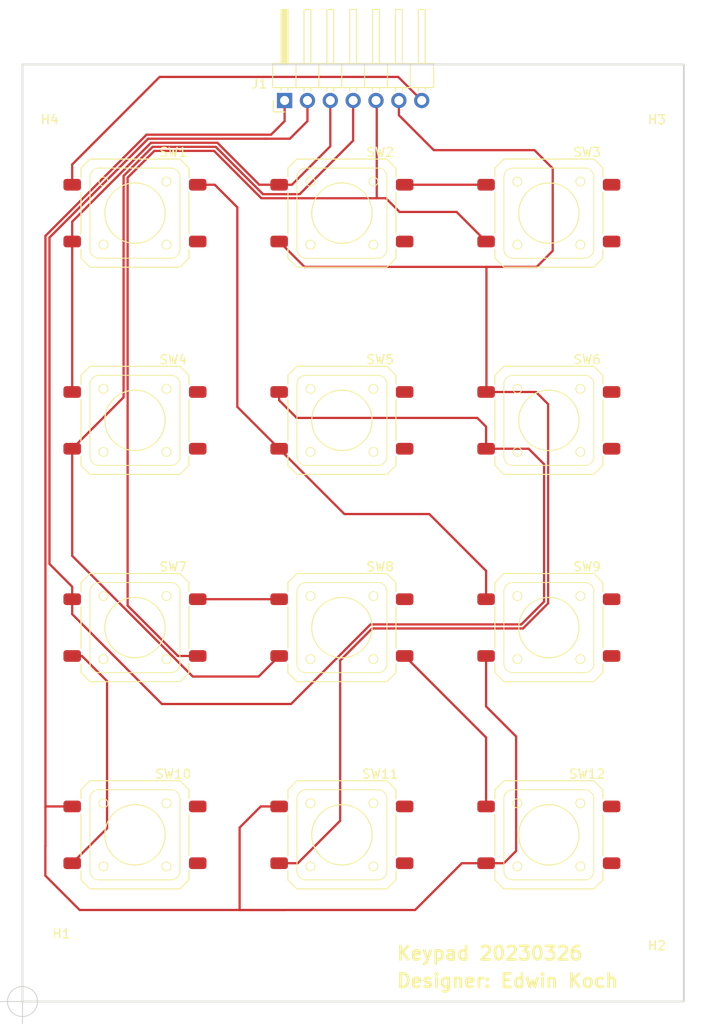
<source format=kicad_pcb>
(kicad_pcb (version 20211014) (generator pcbnew)
  (title_block (title "Keypad") (date "2023-03-26") (rev "20230306") (comment 1 "Edwin Koch") (comment 2 "Designer"))
  (layers (0 "F.Cu" signal) (31 "B.Cu" signal) (34 "B.Paste" user) (35 "F.Paste" user) (36 "B.SilkS" user "B.Silkscreen") (37 "F.SilkS" user "F.Silkscreen") (38 "B.Mask" user) (39 "F.Mask" user) (44 "Edge.Cuts" user))
  (net 0 "")
  (net 1 "/A")
  (net 2 "/B")
  (net 3 "/C")
  (net 4 "/1")
  (net 5 "/2")
  (net 6 "/3")
  (net 7 "/4")
  (net 27 "/C1")
  (net 28 "/B1")
  (net 29 "/1A")
  (net 30 "/2A")
  (net 31 "/4A")
  (footprint "870_Button_SMD:TS-1003S" (layer "F.Cu") (at 135.5 85.5)
    (fp_text reference "SW5" (at 4.25 -6.75 unlocked) (layer "F.SilkS"))
    (fp_text value "TS-1003S-04326")
    (fp_line (start 4 -5) (end -4 -5) (layer "F.SilkS") (width 0.1))
    (fp_line (start 6 -2.3) (end 6 2.3) (layer "F.SilkS") (width 0.12))
    (fp_line (start -6 -5) (end -5 -6) (layer "F.SilkS") (width 0.12))
    (fp_line (start 5 4) (end 5 -4) (layer "F.SilkS") (width 0.1))
    (fp_line (start -5 -4) (end -5 4) (layer "F.SilkS") (width 0.1))
    (fp_line (start 6 4) (end 6 5) (layer "F.SilkS") (width 0.12))
    (fp_line (start -4 5) (end 4 5) (layer "F.SilkS") (width 0.1))
    (fp_line (start 5 6) (end -5 6) (layer "F.SilkS") (width 0.12))
    (fp_line (start 6 5) (end 5 6) (layer "F.SilkS") (width 0.12))
    (fp_line (start -5 -6) (end 5 -6) (layer "F.SilkS") (width 0.12))
    (fp_line (start -6 -2.3) (end -6 2.3) (layer "F.SilkS") (width 0.12))
    (fp_line (start -6 -4) (end -6 -5) (layer "F.SilkS") (width 0.12))
    (fp_line (start -6 5) (end -6 4) (layer "F.SilkS") (width 0.12))
    (fp_line (start 5 -6) (end 6 -5) (layer "F.SilkS") (width 0.12))
    (fp_line (start -5 6) (end -6 5) (layer "F.SilkS") (width 0.12))
    (fp_line (start 6 -5) (end 6 -4) (layer "F.SilkS") (width 0.12))
    (fp_arc (start 5 4) (mid 4.707107 4.707107) (end 4 5) (layer "F.SilkS") (width 0.1))
    (fp_arc (start -5 -4) (mid -4.707107 -4.707107) (end -4 -5) (layer "F.SilkS") (width 0.1))
    (fp_arc (start -4 5) (mid -4.707107 4.707107) (end -5 4) (layer "F.SilkS") (width 0.1))
    (fp_arc (start 4 -5) (mid 4.707107 -4.707107) (end 5 -4) (layer "F.SilkS") (width 0.1))
    (fp_circle (center 3.5 3.5) (end 4 3.5) (layer "F.SilkS") (width 0.1) (fill none))
    (fp_circle (center 3.5 -3.5) (end 4 -3.5) (layer "F.SilkS") (width 0.1) (fill none))
    (fp_circle (center 0 0) (end 3.35 0) (layer "F.SilkS") (width 0.12) (fill none))
    (fp_circle (center -3.5 3.5) (end -3 3.5) (layer "F.SilkS") (width 0.1) (fill none))
    (fp_circle (center -3.5 -3.5) (end -3 -3.5) (layer "F.SilkS") (width 0.1) (fill none))
    (pad "1" smd roundrect locked (at -6.975 -3.15) (size 1.95 1.3) (layers "F.Cu" "F.Paste" "F.Mask") (net 2 "/B"))
    (pad "2" smd roundrect locked (at 6.975 -3.15) (size 1.95 1.3) (layers "F.Cu" "F.Paste" "F.Mask"))
    (pad "3" smd roundrect locked (at 6.975 3.15) (size 1.95 1.3) (layers "F.Cu" "F.Paste" "F.Mask"))
    (pad "4" smd roundrect locked (at -6.975 3.15) (size 1.95 1.3) (layers "F.Cu" "F.Paste" "F.Mask") (net 31 "/4A"))
  )
  (footprint "870_Button_SMD:TS-1003S" (layer "F.Cu") (at 112.5 108.5)
    (fp_text reference "SW7" (at 4.25 -6.75 unlocked) (layer "F.SilkS"))
    (fp_text value "TS-1003S-04326")
    (fp_line (start 5 -6) (end 6 -5) (layer "F.SilkS") (width 0.12))
    (fp_line (start -6 5) (end -6 4) (layer "F.SilkS") (width 0.12))
    (fp_line (start 4 -5) (end -4 -5) (layer "F.SilkS") (width 0.1))
    (fp_line (start 6 4) (end 6 5) (layer "F.SilkS") (width 0.12))
    (fp_line (start 5 4) (end 5 -4) (layer "F.SilkS") (width 0.1))
    (fp_line (start -6 -4) (end -6 -5) (layer "F.SilkS") (width 0.12))
    (fp_line (start -6 -5) (end -5 -6) (layer "F.SilkS") (width 0.12))
    (fp_line (start 6 -2.3) (end 6 2.3) (layer "F.SilkS") (width 0.12))
    (fp_line (start -4 5) (end 4 5) (layer "F.SilkS") (width 0.1))
    (fp_line (start -6 -2.3) (end -6 2.3) (layer "F.SilkS") (width 0.12))
    (fp_line (start -5 -6) (end 5 -6) (layer "F.SilkS") (width 0.12))
    (fp_line (start -5 -4) (end -5 4) (layer "F.SilkS") (width 0.1))
    (fp_line (start 6 5) (end 5 6) (layer "F.SilkS") (width 0.12))
    (fp_line (start 5 6) (end -5 6) (layer "F.SilkS") (width 0.12))
    (fp_line (start -5 6) (end -6 5) (layer "F.SilkS") (width 0.12))
    (fp_line (start 6 -5) (end 6 -4) (layer "F.SilkS") (width 0.12))
    (fp_arc (start 4 -5) (mid 4.707107 -4.707107) (end 5 -4) (layer "F.SilkS") (width 0.1))
    (fp_arc (start -5 -4) (mid -4.707107 -4.707107) (end -4 -5) (layer "F.SilkS") (width 0.1))
    (fp_arc (start 5 4) (mid 4.707107 4.707107) (end 4 5) (layer "F.SilkS") (width 0.1))
    (fp_arc (start -4 5) (mid -4.707107 4.707107) (end -5 4) (layer "F.SilkS") (width 0.1))
    (fp_circle (center 3.5 3.5) (end 4 3.5) (layer "F.SilkS") (width 0.1) (fill none))
    (fp_circle (center -3.5 -3.5) (end -3 -3.5) (layer "F.SilkS") (width 0.1) (fill none))
    (fp_circle (center -3.5 3.5) (end -3 3.5) (layer "F.SilkS") (width 0.1) (fill none))
    (fp_circle (center 0 0) (end 3.35 0) (layer "F.SilkS") (width 0.12) (fill none))
    (fp_circle (center 3.5 -3.5) (end 4 -3.5) (layer "F.SilkS") (width 0.1) (fill none))
    (pad "1" smd roundrect locked (at -6.975 -3.15) (size 1.95 1.3) (layers "F.Cu" "F.Paste" "F.Mask") (net 2 "/B"))
    (pad "2" smd roundrect locked (at 6.975 -3.15) (size 1.95 1.3) (layers "F.Cu" "F.Paste" "F.Mask") (net 28 "/B1"))
    (pad "3" smd roundrect locked (at 6.975 3.15) (size 1.95 1.3) (layers "F.Cu" "F.Paste" "F.Mask") (net 5 "/2"))
    (pad "4" smd roundrect locked (at -6.975 3.15) (size 1.95 1.3) (layers "F.Cu" "F.Paste" "F.Mask") (net 30 "/2A"))
  )
  (footprint "870_Button_SMD:TS-1003S" (layer "F.Cu") (at 158.5 108.5)
    (fp_text reference "SW9" (at 4.25 -6.75 unlocked) (layer "F.SilkS"))
    (fp_text value "TS-1003S-04326")
    (fp_line (start -4 5) (end 4 5) (layer "F.SilkS") (width 0.1))
    (fp_line (start 6 5) (end 5 6) (layer "F.SilkS") (width 0.12))
    (fp_line (start -5 -6) (end 5 -6) (layer "F.SilkS") (width 0.12))
    (fp_line (start -6 5) (end -6 4) (layer "F.SilkS") (width 0.12))
    (fp_line (start -6 -5) (end -5 -6) (layer "F.SilkS") (width 0.12))
    (fp_line (start -6 -2.3) (end -6 2.3) (layer "F.SilkS") (width 0.12))
    (fp_line (start 6 4) (end 6 5) (layer "F.SilkS") (width 0.12))
    (fp_line (start 6 -2.3) (end 6 2.3) (layer "F.SilkS") (width 0.12))
    (fp_line (start 5 4) (end 5 -4) (layer "F.SilkS") (width 0.1))
    (fp_line (start -5 6) (end -6 5) (layer "F.SilkS") (width 0.12))
    (fp_line (start 6 -5) (end 6 -4) (layer "F.SilkS") (width 0.12))
    (fp_line (start -5 -4) (end -5 4) (layer "F.SilkS") (width 0.1))
    (fp_line (start 5 -6) (end 6 -5) (layer "F.SilkS") (width 0.12))
    (fp_line (start 5 6) (end -5 6) (layer "F.SilkS") (width 0.12))
    (fp_line (start -6 -4) (end -6 -5) (layer "F.SilkS") (width 0.12))
    (fp_line (start 4 -5) (end -4 -5) (layer "F.SilkS") (width 0.1))
    (fp_arc (start -5 -4) (mid -4.707107 -4.707107) (end -4 -5) (layer "F.SilkS") (width 0.1))
    (fp_arc (start -4 5) (mid -4.707107 4.707107) (end -5 4) (layer "F.SilkS") (width 0.1))
    (fp_arc (start 5 4) (mid 4.707107 4.707107) (end 4 5) (layer "F.SilkS") (width 0.1))
    (fp_arc (start 4 -5) (mid 4.707107 -4.707107) (end 5 -4) (layer "F.SilkS") (width 0.1))
    (fp_circle (center 3.5 3.5) (end 4 3.5) (layer "F.SilkS") (width 0.1) (fill none))
    (fp_circle (center -3.5 -3.5) (end -3 -3.5) (layer "F.SilkS") (width 0.1) (fill none))
    (fp_circle (center 3.5 -3.5) (end 4 -3.5) (layer "F.SilkS") (width 0.1) (fill none))
    (fp_circle (center -3.5 3.5) (end -3 3.5) (layer "F.SilkS") (width 0.1) (fill none))
    (fp_circle (center 0 0) (end 3.35 0) (layer "F.SilkS") (width 0.12) (fill none))
    (pad "1" smd roundrect locked (at -6.975 -3.15) (size 1.95 1.3) (layers "F.Cu" "F.Paste" "F.Mask") (net 31 "/4A"))
    (pad "2" smd roundrect locked (at 6.975 -3.15) (size 1.95 1.3) (layers "F.Cu" "F.Paste" "F.Mask"))
    (pad "3" smd roundrect locked (at 6.975 3.15) (size 1.95 1.3) (layers "F.Cu" "F.Paste" "F.Mask"))
    (pad "4" smd roundrect locked (at -6.975 3.15) (size 1.95 1.3) (layers "F.Cu" "F.Paste" "F.Mask") (net 1 "/A"))
  )
  (footprint "MountingHole:MountingHole_2.1mm" (layer "F.Cu") (at 104.325 145.675)
    (fp_text reference "H1" (at 0 -3.2) (layer "F.SilkS"))
    (fp_text value "MountingHole")
    (pad "" np_thru_hole circle (at 0 0) (size 2.1 2.1) (drill 2.1) (layers *.Cu *.Mask))
  )
  (footprint "MountingHole:MountingHole_2.1mm" (layer "F.Cu") (at 170.5 147)
    (fp_text reference "H2" (at 0 -3.2) (layer "F.SilkS"))
    (fp_text value "MountingHole")
    (pad "" np_thru_hole circle (at 0 0) (size 2.1 2.1) (drill 2.1) (layers *.Cu *.Mask))
  )
  (footprint "870_Button_SMD:TS-1003S" (layer "F.Cu") (at 112.5 131.5)
    (fp_text reference "SW10" (at 4.25 -6.75 unlocked) (layer "F.SilkS"))
    (fp_text value "TS-1003S-04326")
    (fp_line (start 6 -5) (end 6 -4) (layer "F.SilkS") (width 0.12))
    (fp_line (start -5 -4) (end -5 4) (layer "F.SilkS") (width 0.1))
    (fp_line (start 6 -2.3) (end 6 2.3) (layer "F.SilkS") (width 0.12))
    (fp_line (start -5 -6) (end 5 -6) (layer "F.SilkS") (width 0.12))
    (fp_line (start -4 5) (end 4 5) (layer "F.SilkS") (width 0.1))
    (fp_line (start -5 6) (end -6 5) (layer "F.SilkS") (width 0.12))
    (fp_line (start 5 6) (end -5 6) (layer "F.SilkS") (width 0.12))
    (fp_line (start -6 -2.3) (end -6 2.3) (layer "F.SilkS") (width 0.12))
    (fp_line (start -6 5) (end -6 4) (layer "F.SilkS") (width 0.12))
    (fp_line (start 4 -5) (end -4 -5) (layer "F.SilkS") (width 0.1))
    (fp_line (start 5 4) (end 5 -4) (layer "F.SilkS") (width 0.1))
    (fp_line (start 6 5) (end 5 6) (layer "F.SilkS") (width 0.12))
    (fp_line (start -6 -4) (end -6 -5) (layer "F.SilkS") (width 0.12))
    (fp_line (start -6 -5) (end -5 -6) (layer "F.SilkS") (width 0.12))
    (fp_line (start 5 -6) (end 6 -5) (layer "F.SilkS") (width 0.12))
    (fp_line (start 6 4) (end 6 5) (layer "F.SilkS") (width 0.12))
    (fp_arc (start 5 4) (mid 4.707107 4.707107) (end 4 5) (layer "F.SilkS") (width 0.1))
    (fp_arc (start -5 -4) (mid -4.707107 -4.707107) (end -4 -5) (layer "F.SilkS") (width 0.1))
    (fp_arc (start 4 -5) (mid 4.707107 -4.707107) (end 5 -4) (layer "F.SilkS") (width 0.1))
    (fp_arc (start -4 5) (mid -4.707107 4.707107) (end -5 4) (layer "F.SilkS") (width 0.1))
    (fp_circle (center -3.5 3.5) (end -3 3.5) (layer "F.SilkS") (width 0.1) (fill none))
    (fp_circle (center 0 0) (end 3.35 0) (layer "F.SilkS") (width 0.12) (fill none))
    (fp_circle (center -3.5 -3.5) (end -3 -3.5) (layer "F.SilkS") (width 0.1) (fill none))
    (fp_circle (center 3.5 -3.5) (end 4 -3.5) (layer "F.SilkS") (width 0.1) (fill none))
    (fp_circle (center 3.5 3.5) (end 4 3.5) (layer "F.SilkS") (width 0.1) (fill none))
    (pad "1" smd roundrect locked (at -6.975 -3.15) (size 1.95 1.3) (layers "F.Cu" "F.Paste" "F.Mask") (net 1 "/A"))
    (pad "2" smd roundrect locked (at 6.975 -3.15) (size 1.95 1.3) (layers "F.Cu" "F.Paste" "F.Mask"))
    (pad "3" smd roundrect locked (at 6.975 3.15) (size 1.95 1.3) (layers "F.Cu" "F.Paste" "F.Mask"))
    (pad "4" smd roundrect locked (at -6.975 3.15) (size 1.95 1.3) (layers "F.Cu" "F.Paste" "F.Mask") (net 30 "/2A"))
  )
  (footprint "870_Button_SMD:TS-1003S" (layer "F.Cu") (at 158.5 62.5)
    (fp_text reference "SW3" (at 4.25 -6.75 unlocked) (layer "F.SilkS"))
    (fp_text value "TS-1003S-04326")
    (fp_line (start -6 5) (end -6 4) (layer "F.SilkS") (width 0.12))
    (fp_line (start 6 -5) (end 6 -4) (layer "F.SilkS") (width 0.12))
    (fp_line (start 6 5) (end 5 6) (layer "F.SilkS") (width 0.12))
    (fp_line (start 5 6) (end -5 6) (layer "F.SilkS") (width 0.12))
    (fp_line (start -6 -4) (end -6 -5) (layer "F.SilkS") (width 0.12))
    (fp_line (start -5 -6) (end 5 -6) (layer "F.SilkS") (width 0.12))
    (fp_line (start 6 4) (end 6 5) (layer "F.SilkS") (width 0.12))
    (fp_line (start -5 6) (end -6 5) (layer "F.SilkS") (width 0.12))
    (fp_line (start -5 -4) (end -5 4) (layer "F.SilkS") (width 0.1))
    (fp_line (start -6 -5) (end -5 -6) (layer "F.SilkS") (width 0.12))
    (fp_line (start 5 4) (end 5 -4) (layer "F.SilkS") (width 0.1))
    (fp_line (start 6 -2.3) (end 6 2.3) (layer "F.SilkS") (width 0.12))
    (fp_line (start -4 5) (end 4 5) (layer "F.SilkS") (width 0.1))
    (fp_line (start -6 -2.3) (end -6 2.3) (layer "F.SilkS") (width 0.12))
    (fp_line (start 4 -5) (end -4 -5) (layer "F.SilkS") (width 0.1))
    (fp_line (start 5 -6) (end 6 -5) (layer "F.SilkS") (width 0.12))
    (fp_arc (start 5 4) (mid 4.707107 4.707107) (end 4 5) (layer "F.SilkS") (width 0.1))
    (fp_arc (start -5 -4) (mid -4.707107 -4.707107) (end -4 -5) (layer "F.SilkS") (width 0.1))
    (fp_arc (start 4 -5) (mid 4.707107 -4.707107) (end 5 -4) (layer "F.SilkS") (width 0.1))
    (fp_arc (start -4 5) (mid -4.707107 4.707107) (end -5 4) (layer "F.SilkS") (width 0.1))
    (fp_circle (center 0 0) (end 3.35 0) (layer "F.SilkS") (width 0.12) (fill none))
    (fp_circle (center 3.5 3.5) (end 4 3.5) (layer "F.SilkS") (width 0.1) (fill none))
    (fp_circle (center 3.5 -3.5) (end 4 -3.5) (layer "F.SilkS") (width 0.1) (fill none))
    (fp_circle (center -3.5 -3.5) (end -3 -3.5) (layer "F.SilkS") (width 0.1) (fill none))
    (fp_circle (center -3.5 3.5) (end -3 3.5) (layer "F.SilkS") (width 0.1) (fill none))
    (pad "1" smd roundrect locked (at -6.975 -3.15) (size 1.95 1.3) (layers "F.Cu" "F.Paste" "F.Mask") (net 27 "/C1"))
    (pad "2" smd roundrect locked (at 6.975 -3.15) (size 1.95 1.3) (layers "F.Cu" "F.Paste" "F.Mask"))
    (pad "3" smd roundrect locked (at 6.975 3.15) (size 1.95 1.3) (layers "F.Cu" "F.Paste" "F.Mask"))
    (pad "4" smd roundrect locked (at -6.975 3.15) (size 1.95 1.3) (layers "F.Cu" "F.Paste" "F.Mask") (net 5 "/2"))
  )
  (footprint "870_Button_SMD:TS-1003S" (layer "F.Cu") (at 112.5 62.5)
    (fp_text reference "SW1" (at 4.25 -6.75 unlocked) (layer "F.SilkS"))
    (fp_text value "TS-1003S-04326")
    (fp_line (start 6 5) (end 5 6) (layer "F.SilkS") (width 0.12))
    (fp_line (start 6 -5) (end 6 -4) (layer "F.SilkS") (width 0.12))
    (fp_line (start 5 -6) (end 6 -5) (layer "F.SilkS") (width 0.12))
    (fp_line (start -6 -5) (end -5 -6) (layer "F.SilkS") (width 0.12))
    (fp_line (start -5 -4) (end -5 4) (layer "F.SilkS") (width 0.1))
    (fp_line (start -5 6) (end -6 5) (layer "F.SilkS") (width 0.12))
    (fp_line (start -6 5) (end -6 4) (layer "F.SilkS") (width 0.12))
    (fp_line (start 6 4) (end 6 5) (layer "F.SilkS") (width 0.12))
    (fp_line (start -4 5) (end 4 5) (layer "F.SilkS") (width 0.1))
    (fp_line (start 5 6) (end -5 6) (layer "F.SilkS") (width 0.12))
    (fp_line (start -6 -2.3) (end -6 2.3) (layer "F.SilkS") (width 0.12))
    (fp_line (start 5 4) (end 5 -4) (layer "F.SilkS") (width 0.1))
    (fp_line (start -6 -4) (end -6 -5) (layer "F.SilkS") (width 0.12))
    (fp_line (start 6 -2.3) (end 6 2.3) (layer "F.SilkS") (width 0.12))
    (fp_line (start 4 -5) (end -4 -5) (layer "F.SilkS") (width 0.1))
    (fp_line (start -5 -6) (end 5 -6) (layer "F.SilkS") (width 0.12))
    (fp_arc (start 5 4) (mid 4.707107 4.707107) (end 4 5) (layer "F.SilkS") (width 0.1))
    (fp_arc (start -5 -4) (mid -4.707107 -4.707107) (end -4 -5) (layer "F.SilkS") (width 0.1))
    (fp_arc (start -4 5) (mid -4.707107 4.707107) (end -5 4) (layer "F.SilkS") (width 0.1))
    (fp_arc (start 4 -5) (mid 4.707107 -4.707107) (end 5 -4) (layer "F.SilkS") (width 0.1))
    (fp_circle (center 0 0) (end 3.35 0) (layer "F.SilkS") (width 0.12) (fill none))
    (fp_circle (center -3.5 -3.5) (end -3 -3.5) (layer "F.SilkS") (width 0.1) (fill none))
    (fp_circle (center -3.5 3.5) (end -3 3.5) (layer "F.SilkS") (width 0.1) (fill none))
    (fp_circle (center 3.5 -3.5) (end 4 -3.5) (layer "F.SilkS") (width 0.1) (fill none))
    (fp_circle (center 3.5 3.5) (end 4 3.5) (layer "F.SilkS") (width 0.1) (fill none))
    (pad "1" smd roundrect locked (at -6.975 -3.15) (size 1.95 1.3) (layers "F.Cu" "F.Paste" "F.Mask") (net 7 "/4"))
    (pad "2" smd roundrect locked (at 6.975 -3.15) (size 1.95 1.3) (layers "F.Cu" "F.Paste" "F.Mask") (net 31 "/4A"))
    (pad "3" smd roundrect locked (at 6.975 3.15) (size 1.95 1.3) (layers "F.Cu" "F.Paste" "F.Mask"))
    (pad "4" smd roundrect locked (at -6.975 3.15) (size 1.95 1.3) (layers "F.Cu" "F.Paste" "F.Mask") (net 3 "/C"))
  )
  (footprint "MountingHole:MountingHole_2.1mm" (layer "F.Cu") (at 103 49)
    (fp_text reference "H4" (at 0.025 3.125) (layer "F.SilkS"))
    (fp_text value "MountingHole")
    (pad "" np_thru_hole circle (at 0 0) (size 2.1 2.1) (drill 2.1) (layers *.Cu *.Mask))
  )
  (footprint "870_Button_SMD:TS-1003S" (layer "F.Cu") (at 135.5 62.5)
    (fp_text reference "SW2" (at 4.25 -6.75 unlocked) (layer "F.SilkS"))
    (fp_text value "TS-1003S-04326")
    (fp_line (start -5 -6) (end 5 -6) (layer "F.SilkS") (width 0.12))
    (fp_line (start -6 -4) (end -6 -5) (layer "F.SilkS") (width 0.12))
    (fp_line (start -5 6) (end -6 5) (layer "F.SilkS") (width 0.12))
    (fp_line (start -6 -2.3) (end -6 2.3) (layer "F.SilkS") (width 0.12))
    (fp_line (start 6 -2.3) (end 6 2.3) (layer "F.SilkS") (width 0.12))
    (fp_line (start 6 4) (end 6 5) (layer "F.SilkS") (width 0.12))
    (fp_line (start 6 -5) (end 6 -4) (layer "F.SilkS") (width 0.12))
    (fp_line (start 5 -6) (end 6 -5) (layer "F.SilkS") (width 0.12))
    (fp_line (start -5 -4) (end -5 4) (layer "F.SilkS") (width 0.1))
    (fp_line (start 4 -5) (end -4 -5) (layer "F.SilkS") (width 0.1))
    (fp_line (start -6 -5) (end -5 -6) (layer "F.SilkS") (width 0.12))
    (fp_line (start 5 6) (end -5 6) (layer "F.SilkS") (width 0.12))
    (fp_line (start -4 5) (end 4 5) (layer "F.SilkS") (width 0.1))
    (fp_line (start 5 4) (end 5 -4) (layer "F.SilkS") (width 0.1))
    (fp_line (start 6 5) (end 5 6) (layer "F.SilkS") (width 0.12))
    (fp_line (start -6 5) (end -6 4) (layer "F.SilkS") (width 0.12))
    (fp_arc (start 5 4) (mid 4.707107 4.707107) (end 4 5) (layer "F.SilkS") (width 0.1))
    (fp_arc (start -4 5) (mid -4.707107 4.707107) (end -5 4) (layer "F.SilkS") (width 0.1))
    (fp_arc (start 4 -5) (mid 4.707107 -4.707107) (end 5 -4) (layer "F.SilkS") (width 0.1))
    (fp_arc (start -5 -4) (mid -4.707107 -4.707107) (end -4 -5) (layer "F.SilkS") (width 0.1))
    (fp_circle (center 0 0) (end 3.35 0) (layer "F.SilkS") (width 0.12) (fill none))
    (fp_circle (center -3.5 3.5) (end -3 3.5) (layer "F.SilkS") (width 0.1) (fill none))
    (fp_circle (center -3.5 -3.5) (end -3 -3.5) (layer "F.SilkS") (width 0.1) (fill none))
    (fp_circle (center 3.5 3.5) (end 4 3.5) (layer "F.SilkS") (width 0.1) (fill none))
    (fp_circle (center 3.5 -3.5) (end 4 -3.5) (layer "F.SilkS") (width 0.1) (fill none))
    (pad "1" smd roundrect locked (at -6.975 -3.15) (size 1.95 1.3) (layers "F.Cu" "F.Paste" "F.Mask") (net 3 "/C"))
    (pad "2" smd roundrect locked (at 6.975 -3.15) (size 1.95 1.3) (layers "F.Cu" "F.Paste" "F.Mask") (net 27 "/C1"))
    (pad "3" smd roundrect locked (at 6.975 3.15) (size 1.95 1.3) (layers "F.Cu" "F.Paste" "F.Mask"))
    (pad "4" smd roundrect locked (at -6.975 3.15) (size 1.95 1.3) (layers "F.Cu" "F.Paste" "F.Mask") (net 6 "/3"))
  )
  (footprint "870_Button_SMD:TS-1003S" (layer "F.Cu") (at 158.5 85.5)
    (fp_text reference "SW6" (at 4.25 -6.75 unlocked) (layer "F.SilkS"))
    (fp_text value "TS-1003S-04326")
    (fp_line (start -5 -6) (end 5 -6) (layer "F.SilkS") (width 0.12))
    (fp_line (start -4 5) (end 4 5) (layer "F.SilkS") (width 0.1))
    (fp_line (start 6 5) (end 5 6) (layer "F.SilkS") (width 0.12))
    (fp_line (start 5 4) (end 5 -4) (layer "F.SilkS") (width 0.1))
    (fp_line (start 6 4) (end 6 5) (layer "F.SilkS") (width 0.12))
    (fp_line (start -6 5) (end -6 4) (layer "F.SilkS") (width 0.12))
    (fp_line (start 5 -6) (end 6 -5) (layer "F.SilkS") (width 0.12))
    (fp_line (start -6 -5) (end -5 -6) (layer "F.SilkS") (width 0.12))
    (fp_line (start -6 -4) (end -6 -5) (layer "F.SilkS") (width 0.12))
    (fp_line (start 5 6) (end -5 6) (layer "F.SilkS") (width 0.12))
    (fp_line (start -6 -2.3) (end -6 2.3) (layer "F.SilkS") (width 0.12))
    (fp_line (start -5 -4) (end -5 4) (layer "F.SilkS") (width 0.1))
    (fp_line (start 4 -5) (end -4 -5) (layer "F.SilkS") (width 0.1))
    (fp_line (start 6 -2.3) (end 6 2.3) (layer "F.SilkS") (width 0.12))
    (fp_line (start 6 -5) (end 6 -4) (layer "F.SilkS") (width 0.12))
    (fp_line (start -5 6) (end -6 5) (layer "F.SilkS") (width 0.12))
    (fp_arc (start 4 -5) (mid 4.707107 -4.707107) (end 5 -4) (layer "F.SilkS") (width 0.1))
    (fp_arc (start -4 5) (mid -4.707107 4.707107) (end -5 4) (layer "F.SilkS") (width 0.1))
    (fp_arc (start 5 4) (mid 4.707107 4.707107) (end 4 5) (layer "F.SilkS") (width 0.1))
    (fp_arc (start -5 -4) (mid -4.707107 -4.707107) (end -4 -5) (layer "F.SilkS") (width 0.1))
    (fp_circle (center -3.5 -3.5) (end -3 -3.5) (layer "F.SilkS") (width 0.1) (fill none))
    (fp_circle (center -3.5 3.5) (end -3 3.5) (layer "F.SilkS") (width 0.1) (fill none))
    (fp_circle (center 3.5 -3.5) (end 4 -3.5) (layer "F.SilkS") (width 0.1) (fill none))
    (fp_circle (center 3.5 3.5) (end 4 3.5) (layer "F.SilkS") (width 0.1) (fill none))
    (fp_circle (center 0 0) (end 3.35 0) (layer "F.SilkS") (width 0.12) (fill none))
    (pad "1" smd roundrect locked (at -6.975 -3.15) (size 1.95 1.3) (layers "F.Cu" "F.Paste" "F.Mask") (net 6 "/3"))
    (pad "2" smd roundrect locked (at 6.975 -3.15) (size 1.95 1.3) (layers "F.Cu" "F.Paste" "F.Mask"))
    (pad "3" smd roundrect locked (at 6.975 3.15) (size 1.95 1.3) (layers "F.Cu" "F.Paste" "F.Mask"))
    (pad "4" smd roundrect locked (at -6.975 3.15) (size 1.95 1.3) (layers "F.Cu" "F.Paste" "F.Mask") (net 2 "/B"))
  )
  (footprint "870_Button_SMD:TS-1003S" (layer "F.Cu") (at 135.5 131.5)
    (fp_text reference "SW11" (at 4.25 -6.75 unlocked) (layer "F.SilkS"))
    (fp_text value "TS-1003S-04326")
    (fp_line (start -6 -2.3) (end -6 2.3) (layer "F.SilkS") (width 0.12))
    (fp_line (start 6 -2.3) (end 6 2.3) (layer "F.SilkS") (width 0.12))
    (fp_line (start -5 -6) (end 5 -6) (layer "F.SilkS") (width 0.12))
    (fp_line (start -5 -4) (end -5 4) (layer "F.SilkS") (width 0.1))
    (fp_line (start 6 4) (end 6 5) (layer "F.SilkS") (width 0.12))
    (fp_line (start 6 5) (end 5 6) (layer "F.SilkS") (width 0.12))
    (fp_line (start 6 -5) (end 6 -4) (layer "F.SilkS") (width 0.12))
    (fp_line (start 5 -6) (end 6 -5) (layer "F.SilkS") (width 0.12))
    (fp_line (start -6 5) (end -6 4) (layer "F.SilkS") (width 0.12))
    (fp_line (start 4 -5) (end -4 -5) (layer "F.SilkS") (width 0.1))
    (fp_line (start -5 6) (end -6 5) (layer "F.SilkS") (width 0.12))
    (fp_line (start 5 4) (end 5 -4) (layer "F.SilkS") (width 0.1))
    (fp_line (start -6 -5) (end -5 -6) (layer "F.SilkS") (width 0.12))
    (fp_line (start -6 -4) (end -6 -5) (layer "F.SilkS") (width 0.12))
    (fp_line (start -4 5) (end 4 5) (layer "F.SilkS") (width 0.1))
    (fp_line (start 5 6) (end -5 6) (layer "F.SilkS") (width 0.12))
    (fp_arc (start 5 4) (mid 4.707107 4.707107) (end 4 5) (layer "F.SilkS") (width 0.1))
    (fp_arc (start 4 -5) (mid 4.707107 -4.707107) (end 5 -4) (layer "F.SilkS") (width 0.1))
    (fp_arc (start -4 5) (mid -4.707107 4.707107) (end -5 4) (layer "F.SilkS") (width 0.1))
    (fp_arc (start -5 -4) (mid -4.707107 -4.707107) (end -4 -5) (layer "F.SilkS") (width 0.1))
    (fp_circle (center 0 0) (end 3.35 0) (layer "F.SilkS") (width 0.12) (fill none))
    (fp_circle (center 3.5 -3.5) (end 4 -3.5) (layer "F.SilkS") (width 0.1) (fill none))
    (fp_circle (center -3.5 -3.5) (end -3 -3.5) (layer "F.SilkS") (width 0.1) (fill none))
    (fp_circle (center 3.5 3.5) (end 4 3.5) (layer "F.SilkS") (width 0.1) (fill none))
    (fp_circle (center -3.5 3.5) (end -3 3.5) (layer "F.SilkS") (width 0.1) (fill none))
    (pad "1" smd roundrect locked (at -6.975 -3.15) (size 1.95 1.3) (layers "F.Cu" "F.Paste" "F.Mask") (net 1 "/A"))
    (pad "2" smd roundrect locked (at 6.975 -3.15) (size 1.95 1.3) (layers "F.Cu" "F.Paste" "F.Mask"))
    (pad "3" smd roundrect locked (at 6.975 3.15) (size 1.95 1.3) (layers "F.Cu" "F.Paste" "F.Mask"))
    (pad "4" smd roundrect locked (at -6.975 3.15) (size 1.95 1.3) (layers "F.Cu" "F.Paste" "F.Mask") (net 6 "/3"))
  )
  (footprint "870_Button_SMD:TS-1003S" (layer "F.Cu") (at 158.5 131.5)
    (fp_text reference "SW12" (at 4.25 -6.75 unlocked) (layer "F.SilkS"))
    (fp_text value "TS-1003S-04326")
    (fp_line (start -5 -6) (end 5 -6) (layer "F.SilkS") (width 0.12))
    (fp_line (start -5 -4) (end -5 4) (layer "F.SilkS") (width 0.1))
    (fp_line (start 5 4) (end 5 -4) (layer "F.SilkS") (width 0.1))
    (fp_line (start -6 -5) (end -5 -6) (layer "F.SilkS") (width 0.12))
    (fp_line (start -5 6) (end -6 5) (layer "F.SilkS") (width 0.12))
    (fp_line (start 4 -5) (end -4 -5) (layer "F.SilkS") (width 0.1))
    (fp_line (start 5 -6) (end 6 -5) (layer "F.SilkS") (width 0.12))
    (fp_line (start -4 5) (end 4 5) (layer "F.SilkS") (width 0.1))
    (fp_line (start -6 -2.3) (end -6 2.3) (layer "F.SilkS") (width 0.12))
    (fp_line (start 6 5) (end 5 6) (layer "F.SilkS") (width 0.12))
    (fp_line (start 6 -2.3) (end 6 2.3) (layer "F.SilkS") (width 0.12))
    (fp_line (start -6 5) (end -6 4) (layer "F.SilkS") (width 0.12))
    (fp_line (start 6 -5) (end 6 -4) (layer "F.SilkS") (width 0.12))
    (fp_line (start 5 6) (end -5 6) (layer "F.SilkS") (width 0.12))
    (fp_line (start -6 -4) (end -6 -5) (layer "F.SilkS") (width 0.12))
    (fp_line (start 6 4) (end 6 5) (layer "F.SilkS") (width 0.12))
    (fp_arc (start -5 -4) (mid -4.707107 -4.707107) (end -4 -5) (layer "F.SilkS") (width 0.1))
    (fp_arc (start 4 -5) (mid 4.707107 -4.707107) (end 5 -4) (layer "F.SilkS") (width 0.1))
    (fp_arc (start -4 5) (mid -4.707107 4.707107) (end -5 4) (layer "F.SilkS") (width 0.1))
    (fp_arc (start 5 4) (mid 4.707107 4.707107) (end 4 5) (layer "F.SilkS") (width 0.1))
    (fp_circle (center 3.5 3.5) (end 4 3.5) (layer "F.SilkS") (width 0.1) (fill none))
    (fp_circle (center 0 0) (end 3.35 0) (layer "F.SilkS") (width 0.12) (fill none))
    (fp_circle (center 3.5 -3.5) (end 4 -3.5) (layer "F.SilkS") (width 0.1) (fill none))
    (fp_circle (center -3.5 -3.5) (end -3 -3.5) (layer "F.SilkS") (width 0.1) (fill none))
    (fp_circle (center -3.5 3.5) (end -3 3.5) (layer "F.SilkS") (width 0.1) (fill none))
    (pad "1" smd roundrect locked (at -6.975 -3.15) (size 1.95 1.3) (layers "F.Cu" "F.Paste" "F.Mask") (net 29 "/1A"))
    (pad "2" smd roundrect locked (at 6.975 -3.15) (size 1.95 1.3) (layers "F.Cu" "F.Paste" "F.Mask"))
    (pad "3" smd roundrect locked (at 6.975 3.15) (size 1.95 1.3) (layers "F.Cu" "F.Paste" "F.Mask"))
    (pad "4" smd roundrect locked (at -6.975 3.15) (size 1.95 1.3) (layers "F.Cu" "F.Paste" "F.Mask") (net 1 "/A"))
  )
  (footprint "Connector_PinHeader_2.54mm:PinHeader_1x07_P2.54mm_Horizontal" (layer "F.Cu") (at 129.13 50 90)
    (fp_text reference "J1" (at 1.85 -2.805 180) (layer "F.SilkS"))
    (fp_text value "Conn_01x07_Male")
    (fp_line (start 4.1 12.32) (end 10.1 12.32) (layer "F.SilkS") (width 0.12))
    (fp_line (start 1.44 13.97) (end 4.1 13.97) (layer "F.SilkS") (width 0.12))
    (fp_line (start 10.1 0.38) (end 4.1 0.38) (layer "F.SilkS") (width 0.12))
    (fp_line (start 10.1 15.62) (end 4.1 15.62) (layer "F.SilkS") (width 0.12))
    (fp_line (start 4.1 -1.33) (end 1.44 -1.33) (layer "F.SilkS") (width 0.12))
    (fp_line (start 1.042929 2.16) (end 1.44 2.16) (layer "F.SilkS") (width 0.12))
    (fp_line (start 4.1 0.28) (end 10.1 0.28) (layer "F.SilkS") (width 0.12))
    (fp_line (start 4.1 14.86) (end 10.1 14.86) (layer "F.SilkS") (width 0.12))
    (fp_line (start 1.042929 8) (end 1.44 8) (layer "F.SilkS") (width 0.12))
    (fp_line (start 10.1 9.78) (end 10.1 10.54) (layer "F.SilkS") (width 0.12))
    (fp_line (start 1.11 0.38) (end 1.44 0.38) (layer "F.SilkS") (width 0.12))
    (fp_line (start 10.1 7.24) (end 10.1 8) (layer "F.SilkS") (width 0.12))
    (fp_line (start 1.042929 5.46) (end 1.44 5.46) (layer "F.SilkS") (width 0.12))
    (fp_line (start 10.1 -0.38) (end 10.1 0.38) (layer "F.SilkS") (width 0.12))
    (fp_line (start 1.11 -0.38) (end 1.44 -0.38) (layer "F.SilkS") (width 0.12))
    (fp_line (start 1.042929 4.7) (end 1.44 4.7) (layer "F.SilkS") (width 0.12))
    (fp_line (start 1.042929 2.92) (end 1.44 2.92) (layer "F.SilkS") (width 0.12))
    (fp_line (start 10.1 14.86) (end 10.1 15.62) (layer "F.SilkS") (width 0.12))
    (fp_line (start 1.44 3.81) (end 4.1 3.81) (layer "F.SilkS") (width 0.12))
    (fp_line (start 1.44 16.57) (end 4.1 16.57) (layer "F.SilkS") (width 0.12))
    (fp_line (start 1.042929 10.54) (end 1.44 10.54) (layer "F.SilkS") (width 0.12))
    (fp_line (start 1.44 6.35) (end 4.1 6.35) (layer "F.SilkS") (width 0.12))
    (fp_line (start 1.44 8.89) (end 4.1 8.89) (layer "F.SilkS") (width 0.12))
    (fp_line (start 1.44 11.43) (end 4.1 11.43) (layer "F.SilkS") (width 0.12))
    (fp_line (start 4.1 2.16) (end 10.1 2.16) (layer "F.SilkS") (width 0.12))
    (fp_line (start 1.44 -1.33) (end 1.44 16.57) (layer "F.SilkS") (width 0.12))
    (fp_line (start 10.1 8) (end 4.1 8) (layer "F.SilkS") (width 0.12))
    (fp_line (start -1.27 -1.27) (end 0 -1.27) (layer "F.SilkS") (width 0.12))
    (fp_line (start 1.042929 9.78) (end 1.44 9.78) (layer "F.SilkS") (width 0.12))
    (fp_line (start 10.1 13.08) (end 4.1 13.08) (layer "F.SilkS") (width 0.12))
    (fp_line (start 4.1 0.16) (end 10.1 0.16) (layer "F.SilkS") (width 0.12))
    (fp_line (start 1.042929 14.86) (end 1.44 14.86) (layer "F.SilkS") (width 0.12))
    (fp_line (start 10.1 2.92) (end 4.1 2.92) (layer "F.SilkS") (width 0.12))
    (fp_line (start 1.44 1.27) (end 4.1 1.27) (layer "F.SilkS") (width 0.12))
    (fp_line (start 4.1 0.04) (end 10.1 0.04) (layer "F.SilkS") (width 0.12))
    (fp_line (start 4.1 -0.08) (end 10.1 -0.08) (layer "F.SilkS") (width 0.12))
    (fp_line (start 4.1 9.78) (end 10.1 9.78) (layer "F.SilkS") (width 0.12))
    (fp_line (start 10.1 5.46) (end 4.1 5.46) (layer "F.SilkS") (width 0.12))
    (fp_line (start 4.1 4.7) (end 10.1 4.7) (layer "F.SilkS") (width 0.12))
    (fp_line (start 4.1 16.57) (end 4.1 -1.33) (layer "F.SilkS") (width 0.12))
    (fp_line (start 10.1 4.7) (end 10.1 5.46) (layer "F.SilkS") (width 0.12))
    (fp_line (start 1.042929 12.32) (end 1.44 12.32) (layer "F.SilkS") (width 0.12))
    (fp_line (start 4.1 7.24) (end 10.1 7.24) (layer "F.SilkS") (width 0.12))
    (fp_line (start 10.1 12.32) (end 10.1 13.08) (layer "F.SilkS") (width 0.12))
    (fp_line (start 4.1 -0.38) (end 10.1 -0.38) (layer "F.SilkS") (width 0.12))
    (fp_line (start 4.1 -0.32) (end 10.1 -0.32) (layer "F.SilkS") (width 0.12))
    (fp_line (start 1.042929 7.24) (end 1.44 7.24) (layer "F.SilkS") (width 0.12))
    (fp_line (start 1.042929 13.08) (end 1.44 13.08) (layer "F.SilkS") (width 0.12))
    (fp_line (start 10.1 2.16) (end 10.1 2.92) (layer "F.SilkS") (width 0.12))
    (fp_line (start 4.1 -0.2) (end 10.1 -0.2) (layer "F.SilkS") (width 0.12))
    (fp_line (start -1.27 0) (end -1.27 -1.27) (layer "F.SilkS") (width 0.12))
    (fp_line (start 1.042929 15.62) (end 1.44 15.62) (layer "F.SilkS") (width 0.12))
    (fp_line (start 10.1 10.54) (end 4.1 10.54) (layer "F.SilkS") (width 0.12))
    (pad "1" thru_hole rect (at 0 0 90) (size 1.7 1.7) (drill 1) (layers *.Cu *.Mask) (net 1 "/A"))
    (pad "2" thru_hole oval (at 0 2.54 90) (size 1.7 1.7) (drill 1) (layers *.Cu *.Mask) (net 2 "/B"))
    (pad "3" thru_hole oval (at 0 5.08 90) (size 1.7 1.7) (drill 1) (layers *.Cu *.Mask) (net 3 "/C"))
    (pad "4" thru_hole oval (at 0 7.62 90) (size 1.7 1.7) (drill 1) (layers *.Cu *.Mask) (net 4 "/1"))
    (pad "5" thru_hole oval (at 0 10.16 90) (size 1.7 1.7) (drill 1) (layers *.Cu *.Mask) (net 5 "/2"))
    (pad "6" thru_hole oval (at 0 12.7 90) (size 1.7 1.7) (drill 1) (layers *.Cu *.Mask) (net 6 "/3"))
    (pad "7" thru_hole oval (at 0 15.24 90) (size 1.7 1.7) (drill 1) (layers *.Cu *.Mask) (net 7 "/4"))
  )
  (footprint "870_Button_SMD:TS-1003S" (layer "F.Cu") (at 135.5 108.5)
    (fp_text reference "SW8" (at 4.25 -6.75 unlocked) (layer "F.SilkS"))
    (fp_text value "TS-1003S-04326")
    (fp_line (start -5 6) (end -6 5) (layer "F.SilkS") (width 0.12))
    (fp_line (start -6 -2.3) (end -6 2.3) (layer "F.SilkS") (width 0.12))
    (fp_line (start 5 -6) (end 6 -5) (layer "F.SilkS") (width 0.12))
    (fp_line (start 5 6) (end -5 6) (layer "F.SilkS") (width 0.12))
    (fp_line (start 6 5) (end 5 6) (layer "F.SilkS") (width 0.12))
    (fp_line (start 6 -2.3) (end 6 2.3) (layer "F.SilkS") (width 0.12))
    (fp_line (start -4 5) (end 4 5) (layer "F.SilkS") (width 0.1))
    (fp_line (start -5 -6) (end 5 -6) (layer "F.SilkS") (width 0.12))
    (fp_line (start -5 -4) (end -5 4) (layer "F.SilkS") (width 0.1))
    (fp_line (start -6 5) (end -6 4) (layer "F.SilkS") (width 0.12))
    (fp_line (start 4 -5) (end -4 -5) (layer "F.SilkS") (width 0.1))
    (fp_line (start 6 4) (end 6 5) (layer "F.SilkS") (width 0.12))
    (fp_line (start 5 4) (end 5 -4) (layer "F.SilkS") (width 0.1))
    (fp_line (start -6 -5) (end -5 -6) (layer "F.SilkS") (width 0.12))
    (fp_line (start -6 -4) (end -6 -5) (layer "F.SilkS") (width 0.12))
    (fp_line (start 6 -5) (end 6 -4) (layer "F.SilkS") (width 0.12))
    (fp_arc (start -5 -4) (mid -4.707107 -4.707107) (end -4 -5) (layer "F.SilkS") (width 0.1))
    (fp_arc (start 5 4) (mid 4.707107 4.707107) (end 4 5) (layer "F.SilkS") (width 0.1))
    (fp_arc (start -4 5) (mid -4.707107 4.707107) (end -5 4) (layer "F.SilkS") (width 0.1))
    (fp_arc (start 4 -5) (mid 4.707107 -4.707107) (end 5 -4) (layer "F.SilkS") (width 0.1))
    (fp_circle (center 3.5 -3.5) (end 4 -3.5) (layer "F.SilkS") (width 0.1) (fill none))
    (fp_circle (center -3.5 3.5) (end -3 3.5) (layer "F.SilkS") (width 0.1) (fill none))
    (fp_circle (center 0 0) (end 3.35 0) (layer "F.SilkS") (width 0.12) (fill none))
    (fp_circle (center 3.5 3.5) (end 4 3.5) (layer "F.SilkS") (width 0.1) (fill none))
    (fp_circle (center -3.5 -3.5) (end -3 -3.5) (layer "F.SilkS") (width 0.1) (fill none))
    (pad "1" smd roundrect locked (at -6.975 -3.15) (size 1.95 1.3) (layers "F.Cu" "F.Paste" "F.Mask") (net 28 "/B1"))
    (pad "2" smd roundrect locked (at 6.975 -3.15) (size 1.95 1.3) (layers "F.Cu" "F.Paste" "F.Mask"))
    (pad "3" smd roundrect locked (at 6.975 3.15) (size 1.95 1.3) (layers "F.Cu" "F.Paste" "F.Mask") (net 29 "/1A"))
    (pad "4" smd roundrect locked (at -6.975 3.15) (size 1.95 1.3) (layers "F.Cu" "F.Paste" "F.Mask") (net 4 "/1"))
  )
  (footprint "870_Button_SMD:TS-1003S" (layer "F.Cu") (at 112.5 85.5)
    (fp_text reference "SW4" (at 4.25 -6.75 unlocked) (layer "F.SilkS"))
    (fp_text value "TS-1003S-04326")
    (fp_line (start -5 -6) (end 5 -6) (layer "F.SilkS") (width 0.12))
    (fp_line (start -4 5) (end 4 5) (layer "F.SilkS") (width 0.1))
    (fp_line (start 6 5) (end 5 6) (layer "F.SilkS") (width 0.12))
    (fp_line (start 6 4) (end 6 5) (layer "F.SilkS") (width 0.12))
    (fp_line (start 5 4) (end 5 -4) (layer "F.SilkS") (width 0.1))
    (fp_line (start 5 -6) (end 6 -5) (layer "F.SilkS") (width 0.12))
    (fp_line (start 5 6) (end -5 6) (layer "F.SilkS") (width 0.12))
    (fp_line (start -6 -2.3) (end -6 2.3) (layer "F.SilkS") (width 0.12))
    (fp_line (start -5 6) (end -6 5) (layer "F.SilkS") (width 0.12))
    (fp_line (start -6 5) (end -6 4) (layer "F.SilkS") (width 0.12))
    (fp_line (start -5 -4) (end -5 4) (layer "F.SilkS") (width 0.1))
    (fp_line (start -6 -5) (end -5 -6) (layer "F.SilkS") (width 0.12))
    (fp_line (start -6 -4) (end -6 -5) (layer "F.SilkS") (width 0.12))
    (fp_line (start 6 -2.3) (end 6 2.3) (layer "F.SilkS") (width 0.12))
    (fp_line (start 6 -5) (end 6 -4) (layer "F.SilkS") (width 0.12))
    (fp_line (start 4 -5) (end -4 -5) (layer "F.SilkS") (width 0.1))
    (fp_arc (start 5 4) (mid 4.707107 4.707107) (end 4 5) (layer "F.SilkS") (width 0.1))
    (fp_arc (start -5 -4) (mid -4.707107 -4.707107) (end -4 -5) (layer "F.SilkS") (width 0.1))
    (fp_arc (start -4 5) (mid -4.707107 4.707107) (end -5 4) (layer "F.SilkS") (width 0.1))
    (fp_arc (start 4 -5) (mid 4.707107 -4.707107) (end 5 -4) (layer "F.SilkS") (width 0.1))
    (fp_circle (center 3.5 -3.5) (end 4 -3.5) (layer "F.SilkS") (width 0.1) (fill none))
    (fp_circle (center 3.5 3.5) (end 4 3.5) (layer "F.SilkS") (width 0.1) (fill none))
    (fp_circle (center -3.5 3.5) (end -3 3.5) (layer "F.SilkS") (width 0.1) (fill none))
    (fp_circle (center -3.5 -3.5) (end -3 -3.5) (layer "F.SilkS") (width 0.1) (fill none))
    (fp_circle (center 0 0) (end 3.35 0) (layer "F.SilkS") (width 0.12) (fill none))
    (pad "1" smd roundrect locked (at -6.975 -3.15) (size 1.95 1.3) (layers "F.Cu" "F.Paste" "F.Mask") (net 3 "/C"))
    (pad "2" smd roundrect locked (at 6.975 -3.15) (size 1.95 1.3) (layers "F.Cu" "F.Paste" "F.Mask"))
    (pad "3" smd roundrect locked (at 6.975 3.15) (size 1.95 1.3) (layers "F.Cu" "F.Paste" "F.Mask"))
    (pad "4" smd roundrect locked (at -6.975 3.15) (size 1.95 1.3) (layers "F.Cu" "F.Paste" "F.Mask") (net 4 "/1"))
  )
  (footprint "MountingHole:MountingHole_2.1mm" (layer "F.Cu") (at 170.5 49)
    (fp_text reference "H3" (at 0 3.125) (layer "F.SilkS"))
    (fp_text value "MountingHole")
    (pad "" np_thru_hole circle (at 0 0) (size 2.1 2.1) (drill 2.1) (layers *.Cu *.Mask))
  )
  (gr_rect (start 100 150) (end 173.5 46) (layer "Edge.Cuts") (width 0.2) (fill none))
  (gr_text "Keypad 20230326\n" (at 151.935714 144.652) (layer "F.SilkS") (effects (font (size 1.5 1.5) (thickness 0.3))))
  (gr_text "Designer: Edwin Koch\n" (at 153.9 147.7) (layer "F.SilkS") (effects (font (size 1.5 1.5) (thickness 0.3))))
  (target plus (at 100 150) (size 5) (width 0.1) (layer "Edge.Cuts"))
  (segment (start 129.21 139.84) (end 143.635 139.84) (width 0.25) (layer "F.Cu") (net 1))
  (segment (start 148.825 134.65) (end 151.525 134.65) (width 0.25) (layer "F.Cu") (net 1))
  (segment (start 102.62 128.35) (end 102.55 128.42) (width 0.25) (layer "F.Cu") (net 1))
  (segment (start 151.525 117.25) (end 154.864 120.589) (width 0.25) (layer "F.Cu") (net 1))
  (segment (start 154.864 120.589) (end 154.864 133.286) (width 0.25) (layer "F.Cu") (net 1))
  (segment (start 151.525 111.65) (end 151.525 117.25) (width 0.25) (layer "F.Cu") (net 1))
  (segment (start 129.13 50) (end 129.13 52.29) (width 0.25) (layer "F.Cu") (net 1))
  (segment (start 113.783604 53.792) (end 102.55 65.025604) (width 0.25) (layer "F.Cu") (net 1))
  (segment (start 105.525 128.35) (end 102.62 128.35) (width 0.25) (layer "F.Cu") (net 1))
  (segment (start 102.55 65.025604) (end 102.55 128.42) (width 0.25) (layer "F.Cu") (net 1))
  (segment (start 106.35 139.84) (end 129.21 139.84) (width 0.25) (layer "F.Cu") (net 1))
  (segment (start 102.54 136.03) (end 106.35 139.84) (width 0.25) (layer "F.Cu") (net 1))
  (segment (start 127.628 53.792) (end 113.783604 53.792) (width 0.25) (layer "F.Cu") (net 1))
  (segment (start 154.864 133.286) (end 153.5 134.65) (width 0.25) (layer "F.Cu") (net 1))
  (segment (start 124.13 139.84) (end 124.13 130.696) (width 0.25) (layer "F.Cu") (net 1))
  (segment (start 126.476 128.35) (end 128.525 128.35) (width 0.25) (layer "F.Cu") (net 1))
  (segment (start 153.5 134.65) (end 151.525 134.65) (width 0.25) (layer "F.Cu") (net 1))
  (segment (start 102.55 128.42) (end 102.55 132.718) (width 0.25) (layer "F.Cu") (net 1))
  (segment (start 102.55 132.718) (end 102.54 132.728) (width 0.25) (layer "F.Cu") (net 1))
  (segment (start 143.635 139.84) (end 148.825 134.65) (width 0.25) (layer "F.Cu") (net 1))
  (segment (start 124.13 130.696) (end 126.476 128.35) (width 0.25) (layer "F.Cu") (net 1))
  (segment (start 129.21 139.84) (end 124.13 139.84) (width 0.25) (layer "F.Cu") (net 1))
  (segment (start 129.13 52.29) (end 127.628 53.792) (width 0.25) (layer "F.Cu") (net 1))
  (segment (start 102.54 132.728) (end 102.54 136.03) (width 0.25) (layer "F.Cu") (net 1))
  (segment (start 138.675604 108.148) (end 129.843604 116.98) (width 0.25) (layer "F.Cu") (net 2))
  (segment (start 129.718 54.242) (end 126.924 54.242) (width 0.25) (layer "F.Cu") (net 2))
  (segment (start 157.97 90.368) (end 157.97 105.617604) (width 0.25) (layer "F.Cu") (net 2))
  (segment (start 157.97 105.617604) (end 155.439604 108.148) (width 0.25) (layer "F.Cu") (net 2))
  (segment (start 128.525 83.275) (end 128.525 82.35) (width 0.25) (layer "F.Cu") (net 2))
  (segment (start 115.494 116.98) (end 105.525 107.011) (width 0.25) (layer "F.Cu") (net 2))
  (segment (start 151.525 88.65) (end 156.252 88.65) (width 0.25) (layer "F.Cu") (net 2))
  (segment (start 131.67 52.29) (end 129.718 54.242) (width 0.25) (layer "F.Cu") (net 2))
  (segment (start 151.525 86.209) (end 150.546 85.23) (width 0.25) (layer "F.Cu") (net 2))
  (segment (start 103 101.438) (end 105.525 103.963) (width 0.25) (layer "F.Cu") (net 2))
  (segment (start 131.67 50) (end 131.67 52.29) (width 0.25) (layer "F.Cu") (net 2))
  (segment (start 126.924 54.242) (end 113.97 54.242) (width 0.25) (layer "F.Cu") (net 2))
  (segment (start 150.546 85.23) (end 130.48 85.23) (width 0.25) (layer "F.Cu") (net 2))
  (segment (start 127.178 54.242) (end 126.924 54.242) (width 0.25) (layer "F.Cu") (net 2))
  (segment (start 105.525 107.011) (end 105.525 105.35) (width 0.25) (layer "F.Cu") (net 2))
  (segment (start 105.525 103.963) (end 105.525 105.35) (width 0.25) (layer "F.Cu") (net 2))
  (segment (start 156.252 88.65) (end 157.97 90.368) (width 0.25) (layer "F.Cu") (net 2))
  (segment (start 155.439604 108.148) (end 138.675604 108.148) (width 0.25) (layer "F.Cu") (net 2))
  (segment (start 103 65.212) (end 103 101.438) (width 0.25) (layer "F.Cu") (net 2))
  (segment (start 129.843604 116.98) (end 115.494 116.98) (width 0.25) (layer "F.Cu") (net 2))
  (segment (start 151.525 88.65) (end 151.525 86.209) (width 0.25) (layer "F.Cu") (net 2))
  (segment (start 130.48 85.23) (end 128.525 83.275) (width 0.25) (layer "F.Cu") (net 2))
  (segment (start 113.97 54.242) (end 103 65.212) (width 0.25) (layer "F.Cu") (net 2))
  (segment (start 126.318396 59.35) (end 121.660396 54.692) (width 0.25) (layer "F.Cu") (net 3))
  (segment (start 114.282 54.692) (end 105.525 63.449) (width 0.25) (layer "F.Cu") (net 3))
  (segment (start 134.21 55.084) (end 129.944 59.35) (width 0.25) (layer "F.Cu") (net 3))
  (segment (start 105.525 63.449) (end 105.525 65.65) (width 0.25) (layer "F.Cu") (net 3))
  (segment (start 129.944 59.35) (end 128.525 59.35) (width 0.25) (layer "F.Cu") (net 3))
  (segment (start 134.21 50) (end 134.21 55.084) (width 0.25) (layer "F.Cu") (net 3))
  (segment (start 121.660396 54.692) (end 114.282 54.692) (width 0.25) (layer "F.Cu") (net 3))
  (segment (start 105.525 65.65) (end 105.525 82.35) (width 0.25) (layer "F.Cu") (net 3))
  (segment (start 128.525 59.35) (end 126.318396 59.35) (width 0.25) (layer "F.Cu") (net 3))
  (segment (start 126.243 113.932) (end 128.525 111.65) (width 0.25) (layer "F.Cu") (net 4))
  (segment (start 136.75 54.45) (end 130.8 60.4) (width 0.25) (layer "F.Cu") (net 4))
  (segment (start 111.234 82.941) (end 105.525 88.65) (width 0.25) (layer "F.Cu") (net 4))
  (segment (start 136.75 50) (end 136.75 54.45) (width 0.25) (layer "F.Cu") (net 4))
  (segment (start 114.468396 55.142) (end 111.234 58.376396) (width 0.25) (layer "F.Cu") (net 4))
  (segment (start 126.732 60.4) (end 121.474 55.142) (width 0.25) (layer "F.Cu") (net 4))
  (segment (start 130.8 60.4) (end 126.732 60.4) (width 0.25) (layer "F.Cu") (net 4))
  (segment (start 111.234 58.376396) (end 111.234 82.941) (width 0.25) (layer "F.Cu") (net 4))
  (segment (start 105.525 100.535396) (end 118.921604 113.932) (width 0.25) (layer "F.Cu") (net 4))
  (segment (start 121.474 55.142) (end 114.468396 55.142) (width 0.25) (layer "F.Cu") (net 4))
  (segment (start 118.921604 113.932) (end 126.243 113.932) (width 0.25) (layer "F.Cu") (net 4))
  (segment (start 105.525 88.65) (end 105.525 100.535396) (width 0.25) (layer "F.Cu") (net 4))
  (segment (start 111.684 106.058) (end 111.684 58.562792) (width 0.25) (layer "F.Cu") (net 5))
  (segment (start 148.245 62.37) (end 151.525 65.65) (width 0.25) (layer "F.Cu") (net 5))
  (segment (start 139.29 50) (end 139.37 50.08) (width 0.25) (layer "F.Cu") (net 5))
  (segment (start 114.654792 55.592) (end 121.287604 55.592) (width 0.25) (layer "F.Cu") (net 5))
  (segment (start 119.475 111.65) (end 117.276 111.65) (width 0.25) (layer "F.Cu") (net 5))
  (segment (start 139.37 60.846) (end 140.386 60.846) (width 0.25) (layer "F.Cu") (net 5))
  (segment (start 111.684 58.562792) (end 114.654792 55.592) (width 0.25) (layer "F.Cu") (net 5))
  (segment (start 139.37 50.08) (end 139.37 60.846) (width 0.25) (layer "F.Cu") (net 5))
  (segment (start 140.386 60.846) (end 141.91 62.37) (width 0.25) (layer "F.Cu") (net 5))
  (segment (start 117.276 111.65) (end 111.684 106.058) (width 0.25) (layer "F.Cu") (net 5))
  (segment (start 141.91 62.37) (end 148.245 62.37) (width 0.25) (layer "F.Cu") (net 5))
  (segment (start 139.366 60.85) (end 139.37 60.846) (width 0.25) (layer "F.Cu") (net 5))
  (segment (start 121.287604 55.592) (end 126.545604 60.85) (width 0.25) (layer "F.Cu") (net 5))
  (segment (start 126.545604 60.85) (end 139.366 60.85) (width 0.25) (layer "F.Cu") (net 5))
  (segment (start 135.306 112.154) (end 138.862 108.598) (width 0.25) (layer "F.Cu") (net 6))
  (segment (start 151.562 68.466) (end 157.15 68.466) (width 0.25) (layer "F.Cu") (net 6))
  (segment (start 128.525 134.65) (end 130.59 134.65) (width 0.25) (layer "F.Cu") (net 6))
  (segment (start 158.42 83.706) (end 157.064 82.35) (width 0.25) (layer "F.Cu") (net 6))
  (segment (start 138.862 108.598) (end 155.626 108.598) (width 0.25) (layer "F.Cu") (net 6))
  (segment (start 151.525 82.35) (end 151.562 82.313) (width 0.25) (layer "F.Cu") (net 6))
  (segment (start 141.83 51.63) (end 145.712 55.512) (width 0.25) (layer "F.Cu") (net 6))
  (segment (start 158.928 57.544) (end 156.896 55.512) (width 0.25) (layer "F.Cu") (net 6))
  (segment (start 135.306 129.934) (end 135.306 112.154) (width 0.25) (layer "F.Cu") (net 6))
  (segment (start 157.064 82.35) (end 151.525 82.35) (width 0.25) (layer "F.Cu") (net 6))
  (segment (start 157.15 68.466) (end 158.928 66.688) (width 0.25) (layer "F.Cu") (net 6))
  (segment (start 131.341 68.466) (end 151.562 68.466) (width 0.25) (layer "F.Cu") (net 6))
  (segment (start 141.83 50) (end 141.83 51.63) (width 0.25) (layer "F.Cu") (net 6))
  (segment (start 155.626 108.598) (end 158.42 105.804) (width 0.25) (layer "F.Cu") (net 6))
  (segment (start 151.562 82.313) (end 151.562 68.466) (width 0.25) (layer "F.Cu") (net 6))
  (segment (start 130.59 134.65) (end 135.306 129.934) (width 0.25) (layer "F.Cu") (net 6))
  (segment (start 128.525 65.65) (end 131.341 68.466) (width 0.25) (layer "F.Cu") (net 6))
  (segment (start 158.928 66.688) (end 158.928 57.544) (width 0.25) (layer "F.Cu") (net 6))
  (segment (start 158.42 105.804) (end 158.42 83.706) (width 0.25) (layer "F.Cu") (net 6))
  (segment (start 156.896 55.512) (end 145.712 55.512) (width 0.25) (layer "F.Cu") (net 6))
  (segment (start 105.525 57.099) (end 105.525 59.35) (width 0.25) (layer "F.Cu") (net 7))
  (segment (start 141.754 47.384) (end 115.24 47.384) (width 0.25) (layer "F.Cu") (net 7))
  (segment (start 144.37 50) (end 141.754 47.384) (width 0.25) (layer "F.Cu") (net 7))
  (segment (start 115.24 47.384) (end 105.525 57.099) (width 0.25) (layer "F.Cu") (net 7))
  (segment (start 151.525 59.35) (end 142.475 59.35) (width 0.25) (layer "F.Cu") (net 27))
  (segment (start 127.888604 105.35) (end 128.206802 105.668198) (width 0.25) (layer "F.Cu") (net 28))
  (segment (start 119.475 105.35) (end 127.888604 105.35) (width 0.25) (layer "F.Cu") (net 28))
  (segment (start 142.475 111.65) (end 151.525 120.7) (width 0.25) (layer "F.Cu") (net 29))
  (segment (start 151.525 120.7) (end 151.525 128.35) (width 0.25) (layer "F.Cu") (net 29))
  (segment (start 105.525 134.65) (end 109.398 130.777) (width 0.25) (layer "F.Cu") (net 30))
  (segment (start 109.398 114.44) (end 106.608 111.65) (width 0.25) (layer "F.Cu") (net 30))
  (segment (start 106.608 111.65) (end 105.525 111.65) (width 0.25) (layer "F.Cu") (net 30))
  (segment (start 109.398 130.777) (end 109.398 114.44) (width 0.25) (layer "F.Cu") (net 30))
  (segment (start 145.212 95.898) (end 151.525 102.211) (width 0.25) (layer "F.Cu") (net 31))
  (segment (start 135.773 95.898) (end 145.212 95.898) (width 0.25) (layer "F.Cu") (net 31))
  (segment (start 123.876 84.001) (end 128.525 88.65) (width 0.25) (layer "F.Cu") (net 31))
  (segment (start 119.475 59.35) (end 121.364 59.35) (width 0.25) (layer "F.Cu") (net 31))
  (segment (start 121.364 59.35) (end 123.876 61.862) (width 0.25) (layer "F.Cu") (net 31))
  (segment (start 128.525 88.65) (end 135.773 95.898) (width 0.25) (layer "F.Cu") (net 31))
  (segment (start 123.876 61.862) (end 123.876 84.001) (width 0.25) (layer "F.Cu") (net 31))
  (segment (start 151.525 102.211) (end 151.525 105.35) (width 0.25) (layer "F.Cu") (net 31))
)
</source>
